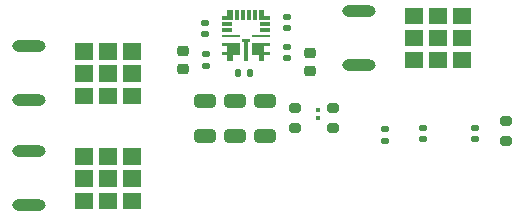
<source format=gtp>
G04 #@! TF.GenerationSoftware,KiCad,Pcbnew,7.0.10*
G04 #@! TF.CreationDate,2024-02-21T14:31:42-05:00*
G04 #@! TF.ProjectId,main_buck_board,6d61696e-5f62-4756-936b-5f626f617264,rev?*
G04 #@! TF.SameCoordinates,Original*
G04 #@! TF.FileFunction,Paste,Top*
G04 #@! TF.FilePolarity,Positive*
%FSLAX46Y46*%
G04 Gerber Fmt 4.6, Leading zero omitted, Abs format (unit mm)*
G04 Created by KiCad (PCBNEW 7.0.10) date 2024-02-21 14:31:42*
%MOMM*%
%LPD*%
G01*
G04 APERTURE LIST*
G04 Aperture macros list*
%AMRoundRect*
0 Rectangle with rounded corners*
0 $1 Rounding radius*
0 $2 $3 $4 $5 $6 $7 $8 $9 X,Y pos of 4 corners*
0 Add a 4 corners polygon primitive as box body*
4,1,4,$2,$3,$4,$5,$6,$7,$8,$9,$2,$3,0*
0 Add four circle primitives for the rounded corners*
1,1,$1+$1,$2,$3*
1,1,$1+$1,$4,$5*
1,1,$1+$1,$6,$7*
1,1,$1+$1,$8,$9*
0 Add four rect primitives between the rounded corners*
20,1,$1+$1,$2,$3,$4,$5,0*
20,1,$1+$1,$4,$5,$6,$7,0*
20,1,$1+$1,$6,$7,$8,$9,0*
20,1,$1+$1,$8,$9,$2,$3,0*%
%AMFreePoly0*
4,1,20,0.758544,0.125006,0.762496,0.125006,0.762496,0.121054,0.763099,0.120451,0.763099,-0.792049,0.744349,-0.810799,0.188099,-0.810799,0.188099,-1.355799,-0.261901,-1.355799,-0.261901,-0.810799,-0.761901,-0.810799,-0.761901,-0.560799,-0.261901,-0.560799,-0.261901,-0.125006,-0.762495,-0.125006,-0.762495,0.125006,-0.761901,0.125006,-0.761901,0.139201,0.744349,0.139201,0.758544,0.125006,
0.758544,0.125006,$1*%
%AMFreePoly1*
4,1,17,0.951036,0.308536,0.952500,0.305000,0.952500,-0.295000,0.951036,-0.298536,0.947500,-0.300000,0.687500,-0.300000,0.683964,-0.298536,0.682500,-0.295000,0.682500,-0.155000,-0.947500,-0.155000,-0.947500,0.155000,0.682500,0.155000,0.682500,0.305000,0.683964,0.308536,0.687500,0.310000,0.947500,0.310000,0.951036,0.308536,0.951036,0.308536,$1*%
%AMFreePoly2*
4,1,20,0.761901,0.125006,0.762496,0.125006,0.762496,-0.125006,0.261901,-0.125006,0.261901,-0.560799,0.761901,-0.560799,0.761901,-0.810799,0.261901,-0.810799,0.261901,-1.355799,-0.188099,-1.355799,-0.188099,-0.810799,-0.744349,-0.810799,-0.763099,-0.792049,-0.763099,0.120451,-0.762495,0.121055,-0.762495,0.125006,-0.758544,0.125006,-0.744349,0.139201,0.761901,0.139201,0.761901,0.125006,
0.761901,0.125006,$1*%
G04 Aperture macros list end*
%ADD10C,0.010000*%
%ADD11RoundRect,0.480000X-0.935000X0.000000X-0.935000X0.000000X0.935000X0.000000X0.935000X0.000000X0*%
%ADD12RoundRect,0.140000X-0.170000X0.140000X-0.170000X-0.140000X0.170000X-0.140000X0.170000X0.140000X0*%
%ADD13RoundRect,0.200000X0.275000X-0.200000X0.275000X0.200000X-0.275000X0.200000X-0.275000X-0.200000X0*%
%ADD14R,0.875005X0.299999*%
%ADD15R,1.524991X0.250012*%
%ADD16FreePoly0,0.000000*%
%ADD17FreePoly1,90.000000*%
%ADD18FreePoly2,0.000000*%
%ADD19R,0.449999X0.872502*%
%ADD20R,0.949998X0.347500*%
%ADD21R,0.299999X0.875005*%
%ADD22R,0.956250X0.354998*%
%ADD23R,0.461250X0.881250*%
%ADD24RoundRect,0.140000X0.170000X-0.140000X0.170000X0.140000X-0.170000X0.140000X-0.170000X-0.140000X0*%
%ADD25RoundRect,0.250000X-0.650000X0.325000X-0.650000X-0.325000X0.650000X-0.325000X0.650000X0.325000X0*%
%ADD26RoundRect,0.225000X-0.250000X0.225000X-0.250000X-0.225000X0.250000X-0.225000X0.250000X0.225000X0*%
%ADD27RoundRect,0.140000X-0.140000X-0.170000X0.140000X-0.170000X0.140000X0.170000X-0.140000X0.170000X0*%
%ADD28RoundRect,0.079500X-0.100500X0.079500X-0.100500X-0.079500X0.100500X-0.079500X0.100500X0.079500X0*%
%ADD29RoundRect,0.200000X-0.275000X0.200000X-0.275000X-0.200000X0.275000X-0.200000X0.275000X0.200000X0*%
G04 APERTURE END LIST*
D10*
X174210000Y-111170000D02*
X172750000Y-111170000D01*
X172750000Y-109860000D01*
X174210000Y-109860000D01*
X174210000Y-111170000D01*
G36*
X174210000Y-111170000D02*
G01*
X172750000Y-111170000D01*
X172750000Y-109860000D01*
X174210000Y-109860000D01*
X174210000Y-111170000D01*
G37*
X172180000Y-111170000D02*
X170720000Y-111170000D01*
X170720000Y-109860000D01*
X172180000Y-109860000D01*
X172180000Y-111170000D01*
G36*
X172180000Y-111170000D02*
G01*
X170720000Y-111170000D01*
X170720000Y-109860000D01*
X172180000Y-109860000D01*
X172180000Y-111170000D01*
G37*
X170150000Y-111170000D02*
X168690000Y-111170000D01*
X168690000Y-109860000D01*
X170150000Y-109860000D01*
X170150000Y-111170000D01*
G36*
X170150000Y-111170000D02*
G01*
X168690000Y-111170000D01*
X168690000Y-109860000D01*
X170150000Y-109860000D01*
X170150000Y-111170000D01*
G37*
X174210000Y-113050000D02*
X172750000Y-113050000D01*
X172750000Y-111740000D01*
X174210000Y-111740000D01*
X174210000Y-113050000D01*
G36*
X174210000Y-113050000D02*
G01*
X172750000Y-113050000D01*
X172750000Y-111740000D01*
X174210000Y-111740000D01*
X174210000Y-113050000D01*
G37*
X172180000Y-113050000D02*
X170720000Y-113050000D01*
X170720000Y-111740000D01*
X172180000Y-111740000D01*
X172180000Y-113050000D01*
G36*
X172180000Y-113050000D02*
G01*
X170720000Y-113050000D01*
X170720000Y-111740000D01*
X172180000Y-111740000D01*
X172180000Y-113050000D01*
G37*
X170150000Y-113050000D02*
X168690000Y-113050000D01*
X168690000Y-111740000D01*
X170150000Y-111740000D01*
X170150000Y-113050000D01*
G36*
X170150000Y-113050000D02*
G01*
X168690000Y-113050000D01*
X168690000Y-111740000D01*
X170150000Y-111740000D01*
X170150000Y-113050000D01*
G37*
X174210000Y-114930000D02*
X172750000Y-114930000D01*
X172750000Y-113620000D01*
X174210000Y-113620000D01*
X174210000Y-114930000D01*
G36*
X174210000Y-114930000D02*
G01*
X172750000Y-114930000D01*
X172750000Y-113620000D01*
X174210000Y-113620000D01*
X174210000Y-114930000D01*
G37*
X172180000Y-114930000D02*
X170720000Y-114930000D01*
X170720000Y-113620000D01*
X172180000Y-113620000D01*
X172180000Y-114930000D01*
G36*
X172180000Y-114930000D02*
G01*
X170720000Y-114930000D01*
X170720000Y-113620000D01*
X172180000Y-113620000D01*
X172180000Y-114930000D01*
G37*
X170150000Y-114930000D02*
X168690000Y-114930000D01*
X168690000Y-113620000D01*
X170150000Y-113620000D01*
X170150000Y-114930000D01*
G36*
X170150000Y-114930000D02*
G01*
X168690000Y-114930000D01*
X168690000Y-113620000D01*
X170150000Y-113620000D01*
X170150000Y-114930000D01*
G37*
G36*
X182032501Y-98976249D02*
G01*
X182013751Y-98994999D01*
X181082501Y-98994999D01*
X181082501Y-98644999D01*
X181582501Y-98644999D01*
X181582501Y-98119999D01*
X182032501Y-98119999D01*
X182032501Y-98976249D01*
G37*
G36*
X184682501Y-98644999D02*
G01*
X185182501Y-98644999D01*
X185182501Y-98994999D01*
X184251251Y-98994999D01*
X184232501Y-98976249D01*
X184232501Y-98119999D01*
X184682501Y-98119999D01*
X184682501Y-98644999D01*
G37*
G36*
X183432501Y-100819999D02*
G01*
X183301251Y-100819999D01*
X183282501Y-100838749D01*
X183282501Y-102469999D01*
X182982501Y-102469999D01*
X182982501Y-100838749D01*
X182963751Y-100819999D01*
X182832501Y-100819999D01*
X182832501Y-100569999D01*
X183432501Y-100569999D01*
X183432501Y-100819999D01*
G37*
G36*
X182607501Y-101013749D02*
G01*
X182607501Y-101926249D01*
X182588751Y-101944999D01*
X182032501Y-101944999D01*
X182032501Y-102469999D01*
X181582501Y-102469999D01*
X181582501Y-101944999D01*
X181082501Y-101944999D01*
X181082501Y-101694999D01*
X181582501Y-101694999D01*
X181582501Y-101244999D01*
X181082501Y-101244999D01*
X181082501Y-100994999D01*
X182588751Y-100994999D01*
X182607501Y-101013749D01*
G37*
G36*
X185182501Y-101244999D02*
G01*
X184682501Y-101244999D01*
X184682501Y-101694999D01*
X185182501Y-101694999D01*
X185182501Y-101944999D01*
X184682501Y-101944999D01*
X184682501Y-102469999D01*
X184232501Y-102469999D01*
X184232501Y-101944999D01*
X183676251Y-101944999D01*
X183657501Y-101926249D01*
X183657501Y-101013749D01*
X183676251Y-100994999D01*
X185182501Y-100994999D01*
X185182501Y-101244999D01*
G37*
X202150000Y-99260000D02*
X200690000Y-99260000D01*
X200690000Y-97950000D01*
X202150000Y-97950000D01*
X202150000Y-99260000D01*
G36*
X202150000Y-99260000D02*
G01*
X200690000Y-99260000D01*
X200690000Y-97950000D01*
X202150000Y-97950000D01*
X202150000Y-99260000D01*
G37*
X200120000Y-99260000D02*
X198660000Y-99260000D01*
X198660000Y-97950000D01*
X200120000Y-97950000D01*
X200120000Y-99260000D01*
G36*
X200120000Y-99260000D02*
G01*
X198660000Y-99260000D01*
X198660000Y-97950000D01*
X200120000Y-97950000D01*
X200120000Y-99260000D01*
G37*
X198090000Y-99260000D02*
X196630000Y-99260000D01*
X196630000Y-97950000D01*
X198090000Y-97950000D01*
X198090000Y-99260000D01*
G36*
X198090000Y-99260000D02*
G01*
X196630000Y-99260000D01*
X196630000Y-97950000D01*
X198090000Y-97950000D01*
X198090000Y-99260000D01*
G37*
X202150000Y-101140000D02*
X200690000Y-101140000D01*
X200690000Y-99830000D01*
X202150000Y-99830000D01*
X202150000Y-101140000D01*
G36*
X202150000Y-101140000D02*
G01*
X200690000Y-101140000D01*
X200690000Y-99830000D01*
X202150000Y-99830000D01*
X202150000Y-101140000D01*
G37*
X200120000Y-101140000D02*
X198660000Y-101140000D01*
X198660000Y-99830000D01*
X200120000Y-99830000D01*
X200120000Y-101140000D01*
G36*
X200120000Y-101140000D02*
G01*
X198660000Y-101140000D01*
X198660000Y-99830000D01*
X200120000Y-99830000D01*
X200120000Y-101140000D01*
G37*
X198090000Y-101140000D02*
X196630000Y-101140000D01*
X196630000Y-99830000D01*
X198090000Y-99830000D01*
X198090000Y-101140000D01*
G36*
X198090000Y-101140000D02*
G01*
X196630000Y-101140000D01*
X196630000Y-99830000D01*
X198090000Y-99830000D01*
X198090000Y-101140000D01*
G37*
X202150000Y-103020000D02*
X200690000Y-103020000D01*
X200690000Y-101710000D01*
X202150000Y-101710000D01*
X202150000Y-103020000D01*
G36*
X202150000Y-103020000D02*
G01*
X200690000Y-103020000D01*
X200690000Y-101710000D01*
X202150000Y-101710000D01*
X202150000Y-103020000D01*
G37*
X200120000Y-103020000D02*
X198660000Y-103020000D01*
X198660000Y-101710000D01*
X200120000Y-101710000D01*
X200120000Y-103020000D01*
G36*
X200120000Y-103020000D02*
G01*
X198660000Y-103020000D01*
X198660000Y-101710000D01*
X200120000Y-101710000D01*
X200120000Y-103020000D01*
G37*
X198090000Y-103020000D02*
X196630000Y-103020000D01*
X196630000Y-101710000D01*
X198090000Y-101710000D01*
X198090000Y-103020000D01*
G36*
X198090000Y-103020000D02*
G01*
X196630000Y-103020000D01*
X196630000Y-101710000D01*
X198090000Y-101710000D01*
X198090000Y-103020000D01*
G37*
X174210000Y-102280000D02*
X172750000Y-102280000D01*
X172750000Y-100970000D01*
X174210000Y-100970000D01*
X174210000Y-102280000D01*
G36*
X174210000Y-102280000D02*
G01*
X172750000Y-102280000D01*
X172750000Y-100970000D01*
X174210000Y-100970000D01*
X174210000Y-102280000D01*
G37*
X172180000Y-102280000D02*
X170720000Y-102280000D01*
X170720000Y-100970000D01*
X172180000Y-100970000D01*
X172180000Y-102280000D01*
G36*
X172180000Y-102280000D02*
G01*
X170720000Y-102280000D01*
X170720000Y-100970000D01*
X172180000Y-100970000D01*
X172180000Y-102280000D01*
G37*
X170150000Y-102280000D02*
X168690000Y-102280000D01*
X168690000Y-100970000D01*
X170150000Y-100970000D01*
X170150000Y-102280000D01*
G36*
X170150000Y-102280000D02*
G01*
X168690000Y-102280000D01*
X168690000Y-100970000D01*
X170150000Y-100970000D01*
X170150000Y-102280000D01*
G37*
X174210000Y-104160000D02*
X172750000Y-104160000D01*
X172750000Y-102850000D01*
X174210000Y-102850000D01*
X174210000Y-104160000D01*
G36*
X174210000Y-104160000D02*
G01*
X172750000Y-104160000D01*
X172750000Y-102850000D01*
X174210000Y-102850000D01*
X174210000Y-104160000D01*
G37*
X172180000Y-104160000D02*
X170720000Y-104160000D01*
X170720000Y-102850000D01*
X172180000Y-102850000D01*
X172180000Y-104160000D01*
G36*
X172180000Y-104160000D02*
G01*
X170720000Y-104160000D01*
X170720000Y-102850000D01*
X172180000Y-102850000D01*
X172180000Y-104160000D01*
G37*
X170150000Y-104160000D02*
X168690000Y-104160000D01*
X168690000Y-102850000D01*
X170150000Y-102850000D01*
X170150000Y-104160000D01*
G36*
X170150000Y-104160000D02*
G01*
X168690000Y-104160000D01*
X168690000Y-102850000D01*
X170150000Y-102850000D01*
X170150000Y-104160000D01*
G37*
X174210000Y-106040000D02*
X172750000Y-106040000D01*
X172750000Y-104730000D01*
X174210000Y-104730000D01*
X174210000Y-106040000D01*
G36*
X174210000Y-106040000D02*
G01*
X172750000Y-106040000D01*
X172750000Y-104730000D01*
X174210000Y-104730000D01*
X174210000Y-106040000D01*
G37*
X172180000Y-106040000D02*
X170720000Y-106040000D01*
X170720000Y-104730000D01*
X172180000Y-104730000D01*
X172180000Y-106040000D01*
G36*
X172180000Y-106040000D02*
G01*
X170720000Y-106040000D01*
X170720000Y-104730000D01*
X172180000Y-104730000D01*
X172180000Y-106040000D01*
G37*
X170150000Y-106040000D02*
X168690000Y-106040000D01*
X168690000Y-104730000D01*
X170150000Y-104730000D01*
X170150000Y-106040000D01*
G36*
X170150000Y-106040000D02*
G01*
X168690000Y-106040000D01*
X168690000Y-104730000D01*
X170150000Y-104730000D01*
X170150000Y-106040000D01*
G37*
D11*
X164800000Y-110109000D03*
X164800000Y-114681000D03*
D12*
X198120000Y-108105000D03*
X198120000Y-109065000D03*
D13*
X190500000Y-108140000D03*
X190500000Y-106490000D03*
D12*
X179735000Y-101910000D03*
X179735000Y-102870000D03*
X186650000Y-101275000D03*
X186650000Y-102235000D03*
D14*
X181520002Y-99344998D03*
X181520002Y-99844999D03*
D15*
X181845002Y-100344998D03*
D16*
X181845002Y-101120000D03*
D15*
X181845002Y-101820000D03*
D17*
X183137501Y-101522499D03*
D15*
X184420000Y-101820000D03*
D18*
X184422501Y-101134999D03*
D15*
X184420000Y-100344998D03*
D14*
X184745000Y-99844999D03*
X184745000Y-99344998D03*
D19*
X184457501Y-98556250D03*
D20*
X184707500Y-98818751D03*
D21*
X183882500Y-98557502D03*
X183382500Y-98557502D03*
X182882500Y-98557502D03*
X182382500Y-98557502D03*
D22*
X181560628Y-98822500D03*
D23*
X181808128Y-98559374D03*
D11*
X192740000Y-98199000D03*
X192740000Y-102771000D03*
D24*
X202565000Y-109065000D03*
X202565000Y-108105000D03*
D12*
X179665000Y-99215000D03*
X179665000Y-100175000D03*
D25*
X182245000Y-105840000D03*
X182245000Y-108790000D03*
X184785000Y-105840000D03*
X184785000Y-108790000D03*
D26*
X177800000Y-101600000D03*
X177800000Y-103150000D03*
D12*
X194945000Y-108260000D03*
X194945000Y-109220000D03*
D26*
X188555000Y-101755000D03*
X188555000Y-103305000D03*
D27*
X182515000Y-103505000D03*
X183475000Y-103505000D03*
D28*
X189230000Y-106625000D03*
X189230000Y-107315000D03*
D13*
X205135000Y-109220000D03*
X205135000Y-107570000D03*
D12*
X186650000Y-98735000D03*
X186650000Y-99695000D03*
D11*
X164800000Y-101219000D03*
X164800000Y-105791000D03*
D25*
X179705000Y-105840000D03*
X179705000Y-108790000D03*
D29*
X187325000Y-106490000D03*
X187325000Y-108140000D03*
M02*

</source>
